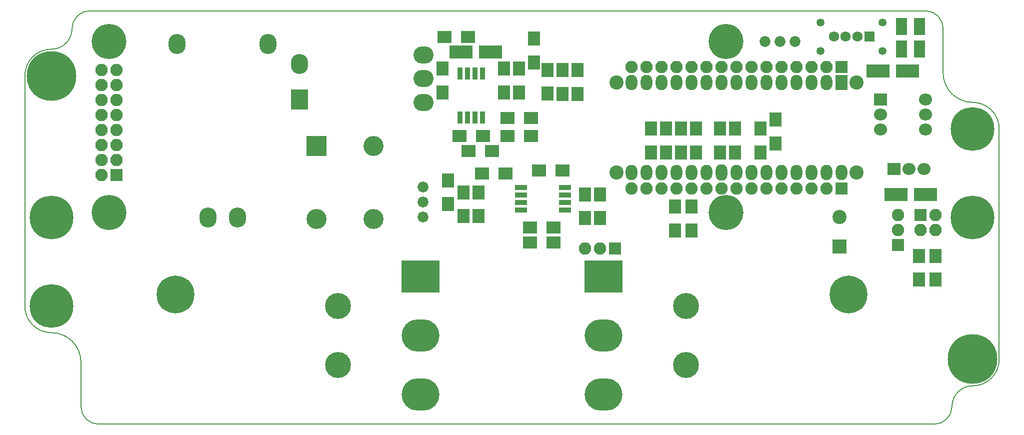
<source format=gbr>
G04 #@! TF.FileFunction,Soldermask,Top*
%FSLAX46Y46*%
G04 Gerber Fmt 4.6, Leading zero omitted, Abs format (unit mm)*
G04 Created by KiCad (PCBNEW 4.0.7-e2-6376~61~ubuntu18.04.1) date Tue May 29 09:04:43 2018*
%MOMM*%
%LPD*%
G01*
G04 APERTURE LIST*
%ADD10C,0.100000*%
%ADD11C,0.150000*%
%ADD12R,2.200000X2.000000*%
%ADD13O,2.200000X2.000000*%
%ADD14R,2.400000X2.100000*%
%ADD15R,2.000000X2.400000*%
%ADD16C,8.400000*%
%ADD17C,7.400000*%
%ADD18R,2.100000X2.400000*%
%ADD19O,5.900000X5.900000*%
%ADD20O,2.100000X2.100000*%
%ADD21R,2.100000X2.100000*%
%ADD22R,1.900000X3.000000*%
%ADD23C,6.400000*%
%ADD24R,1.750000X1.750000*%
%ADD25C,1.750000*%
%ADD26C,1.350000*%
%ADD27R,2.400000X2.000000*%
%ADD28R,2.150000X0.950000*%
%ADD29C,2.400000*%
%ADD30R,2.400000X2.400000*%
%ADD31O,6.400000X5.400000*%
%ADD32C,4.400000*%
%ADD33R,6.400000X5.400000*%
%ADD34R,2.000000X2.600000*%
%ADD35O,2.000000X2.600000*%
%ADD36O,2.000000X2.800000*%
%ADD37O,2.900000X3.400000*%
%ADD38O,3.400000X2.900000*%
%ADD39R,2.900000X3.400000*%
%ADD40R,0.950000X2.150000*%
%ADD41C,1.840000*%
%ADD42C,3.400000*%
%ADD43R,3.400000X3.400000*%
%ADD44R,3.900000X2.200000*%
G04 APERTURE END LIST*
D10*
D11*
X-4000000Y48500000D02*
G75*
G03X1000000Y43500000I5000000J0D01*
G01*
X5500000Y39000000D02*
G75*
G03X1000000Y43500000I-4500000J0D01*
G01*
X-150000000Y-500000D02*
G75*
G03X-155000000Y4500000I-5000000J0D01*
G01*
X-159500000Y9000000D02*
G75*
G03X-155000000Y4500000I4500000J0D01*
G01*
X-5500000Y-11000000D02*
G75*
G03X-2500000Y-8000000I0J3000000D01*
G01*
X1000000Y-4500000D02*
G75*
G03X-2500000Y-8000000I0J-3500000D01*
G01*
X1000000Y-4500000D02*
G75*
G03X5500000Y0I0J4500000D01*
G01*
X-155000000Y52500000D02*
G75*
G03X-151500000Y56000000I0J3500000D01*
G01*
X-155000000Y52500000D02*
G75*
G03X-159500000Y48000000I0J-4500000D01*
G01*
X-148500000Y59000000D02*
G75*
G03X-151500000Y56000000I0J-3000000D01*
G01*
X-147000000Y-11000000D02*
X-5500000Y-11000000D01*
X5500000Y0D02*
X5500000Y39000000D01*
X-150000000Y-8000000D02*
X-150000000Y-500000D01*
X-150000000Y-8000000D02*
G75*
G03X-147000000Y-11000000I3000000J0D01*
G01*
X-4000000Y56000000D02*
X-4000000Y48500000D01*
X-4000000Y56000000D02*
G75*
G03X-7000000Y59000000I-3000000J0D01*
G01*
X-159500000Y48000000D02*
X-159500000Y9000000D01*
X-7000000Y59000000D02*
X-148500000Y59000000D01*
D12*
X-14594000Y44023000D03*
D13*
X-14594000Y41483000D03*
X-6974000Y38943000D03*
X-14594000Y38943000D03*
X-6974000Y41483000D03*
X-6974000Y44023000D03*
D14*
X-88476000Y54564000D03*
X-84476000Y54564000D03*
D15*
X-48376000Y35038000D03*
X-48376000Y39038000D03*
D16*
X1000000Y0D03*
D14*
X-80412000Y35260000D03*
X-84412000Y35260000D03*
D17*
X-155000000Y24000000D03*
X1000000Y24000000D03*
X-155000000Y9000000D03*
X1000000Y39000000D03*
D16*
X-155000000Y48000000D03*
D18*
X-75808000Y45198000D03*
X-75808000Y49198000D03*
X-78348000Y49198000D03*
X-78348000Y45198000D03*
X-32374000Y36562000D03*
X-32374000Y40562000D03*
D19*
X-40770000Y53827000D03*
X-40770000Y24827000D03*
X-145270000Y24827000D03*
D20*
X-144000000Y48987000D03*
X-146540000Y48987000D03*
X-144000000Y46447000D03*
X-146540000Y46447000D03*
X-144000000Y43907000D03*
X-146540000Y43907000D03*
X-144000000Y41367000D03*
X-146540000Y41367000D03*
X-144000000Y38827000D03*
X-146540000Y38827000D03*
X-144000000Y36287000D03*
X-146540000Y36287000D03*
X-144000000Y33747000D03*
X-146540000Y33747000D03*
D21*
X-144000000Y31207000D03*
D20*
X-146540000Y31207000D03*
D19*
X-145270000Y53827000D03*
D15*
X-53456000Y35038000D03*
X-53456000Y39038000D03*
D18*
X-49392000Y21830000D03*
X-49392000Y25830000D03*
X-50916000Y35038000D03*
X-50916000Y39038000D03*
D22*
X-8014000Y52532000D03*
X-11014000Y52532000D03*
X-8014000Y56342000D03*
X-11014000Y56342000D03*
D18*
X-39232000Y39038000D03*
X-39232000Y35038000D03*
X-41772000Y39038000D03*
X-41772000Y35038000D03*
X-73268000Y54278000D03*
X-73268000Y50278000D03*
D14*
X-77808000Y40848000D03*
X-73808000Y40848000D03*
D18*
X-65902000Y48944000D03*
X-65902000Y44944000D03*
X-46598000Y21830000D03*
X-46598000Y25830000D03*
X-45836000Y35038000D03*
X-45836000Y39038000D03*
D23*
X-134000000Y11000000D03*
X-20000000Y11000000D03*
D12*
X-12308000Y32212000D03*
D13*
X-9768000Y32212000D03*
X-7228000Y32212000D03*
D21*
X-21200000Y49520000D03*
D20*
X-23740000Y49520000D03*
X-26280000Y49520000D03*
X-28820000Y49520000D03*
X-31360000Y49520000D03*
X-33900000Y49520000D03*
X-36440000Y49520000D03*
X-38980000Y49520000D03*
X-41520000Y49520000D03*
X-44060000Y49520000D03*
X-46600000Y49520000D03*
X-49140000Y49520000D03*
X-51680000Y49520000D03*
X-54220000Y49520000D03*
X-56760000Y49520000D03*
D21*
X-21200000Y28880000D03*
D20*
X-23740000Y28880000D03*
X-26280000Y28880000D03*
X-28820000Y28880000D03*
X-31360000Y28880000D03*
X-33900000Y28880000D03*
X-36440000Y28880000D03*
X-38980000Y28880000D03*
X-41520000Y28880000D03*
X-44060000Y28880000D03*
X-46600000Y28880000D03*
X-49140000Y28880000D03*
X-51680000Y28880000D03*
X-54220000Y28880000D03*
X-56760000Y28880000D03*
D24*
X-16510000Y54610000D03*
D25*
X-18510000Y54610000D03*
X-20510000Y54610000D03*
X-22510000Y54610000D03*
D26*
X-14260000Y52235000D03*
X-14260000Y56985000D03*
X-24760000Y52235000D03*
X-24760000Y56985000D03*
D21*
X-11684000Y19304000D03*
D20*
X-11684000Y21844000D03*
X-11684000Y24384000D03*
D21*
X-59552000Y18750000D03*
D20*
X-62092000Y18750000D03*
X-64632000Y18750000D03*
D21*
X-7874000Y24384000D03*
D20*
X-5334000Y24384000D03*
X-7874000Y21844000D03*
X-5334000Y21844000D03*
D18*
X-8128000Y17494000D03*
X-8128000Y13494000D03*
X-5334000Y17494000D03*
X-5334000Y13494000D03*
D15*
X-85206000Y24243000D03*
X-85206000Y28243000D03*
X-87873000Y30275000D03*
X-87873000Y26275000D03*
X-64632000Y23894000D03*
X-64632000Y27894000D03*
D27*
X-73998000Y19766000D03*
X-69998000Y19766000D03*
D18*
X-82666000Y24243000D03*
X-82666000Y28243000D03*
D14*
X-69998000Y22306000D03*
X-73998000Y22306000D03*
X-68474000Y31958000D03*
X-72474000Y31958000D03*
X-78126000Y31450000D03*
X-82126000Y31450000D03*
D18*
X-62092000Y23894000D03*
X-62092000Y27894000D03*
D28*
X-68044000Y25259000D03*
X-68044000Y26529000D03*
X-68044000Y27799000D03*
X-68044000Y29069000D03*
X-75444000Y29069000D03*
X-75444000Y27799000D03*
X-75444000Y26529000D03*
X-75444000Y25259000D03*
D15*
X-88762000Y45198000D03*
X-88762000Y49198000D03*
D29*
X-21590000Y24050000D03*
D30*
X-21590000Y19050000D03*
D31*
X-92500000Y-6000000D03*
X-92500000Y4000000D03*
D32*
X-106500000Y-1000000D03*
D33*
X-92500000Y14000000D03*
D32*
X-106500000Y9000000D03*
D31*
X-61500000Y-6000000D03*
X-61500000Y4000000D03*
D32*
X-47500000Y-1000000D03*
D33*
X-61500000Y14000000D03*
D32*
X-47500000Y9000000D03*
D29*
X-59300000Y31580000D03*
X-59300000Y46820000D03*
X-18660000Y31580000D03*
D34*
X-21200000Y46820000D03*
D35*
X-23740000Y46820000D03*
X-56760000Y31580000D03*
X-26280000Y46820000D03*
X-54220000Y31580000D03*
X-28820000Y46820000D03*
X-51680000Y31580000D03*
X-31360000Y46820000D03*
X-49140000Y31580000D03*
X-33900000Y46820000D03*
X-46600000Y31580000D03*
X-36440000Y46820000D03*
X-44060000Y31580000D03*
X-38980000Y46820000D03*
D36*
X-41520000Y31580000D03*
D35*
X-41520000Y46820000D03*
X-38980000Y31580000D03*
X-44060000Y46820000D03*
X-36440000Y31580000D03*
X-46600000Y46820000D03*
X-33900000Y31580000D03*
X-49140000Y46820000D03*
X-31360000Y31580000D03*
X-51680000Y46820000D03*
X-28820000Y31580000D03*
X-54220000Y46820000D03*
X-26280000Y31580000D03*
X-56760000Y46820000D03*
X-23740000Y31580000D03*
X-21200000Y31580000D03*
D29*
X-18660000Y46820000D03*
D37*
X-118300000Y53400000D03*
X-133700000Y53400000D03*
X-128500000Y24000000D03*
X-123500000Y24000000D03*
D38*
X-92000000Y43500000D03*
X-92000000Y51500000D03*
X-92000000Y47500000D03*
D37*
X-113000000Y50000000D03*
D39*
X-113000000Y44000000D03*
D40*
X-85841000Y40958000D03*
X-84571000Y40958000D03*
X-83301000Y40958000D03*
X-82031000Y40958000D03*
X-82031000Y48358000D03*
X-83301000Y48358000D03*
X-84571000Y48358000D03*
X-85841000Y48358000D03*
D14*
X-73808000Y37800000D03*
X-77808000Y37800000D03*
X-81936000Y37800000D03*
X-85936000Y37800000D03*
D41*
X-92064000Y24084000D03*
X-92064000Y26624000D03*
X-92064000Y29164000D03*
X-34152000Y53802000D03*
X-31612000Y53802000D03*
X-29072000Y53802000D03*
D42*
X-100472000Y36076000D03*
D43*
X-110072000Y36076000D03*
D42*
X-100472000Y23776000D03*
X-110072000Y23776000D03*
D18*
X-68442000Y48944000D03*
X-68442000Y44944000D03*
X-70982000Y44976000D03*
X-70982000Y48976000D03*
D15*
X-34914000Y35038000D03*
X-34914000Y39038000D03*
D44*
X-80674000Y52024000D03*
X-85674000Y52024000D03*
X-7014000Y27894000D03*
X-12014000Y27894000D03*
X-10062000Y48849000D03*
X-15062000Y48849000D03*
M02*

</source>
